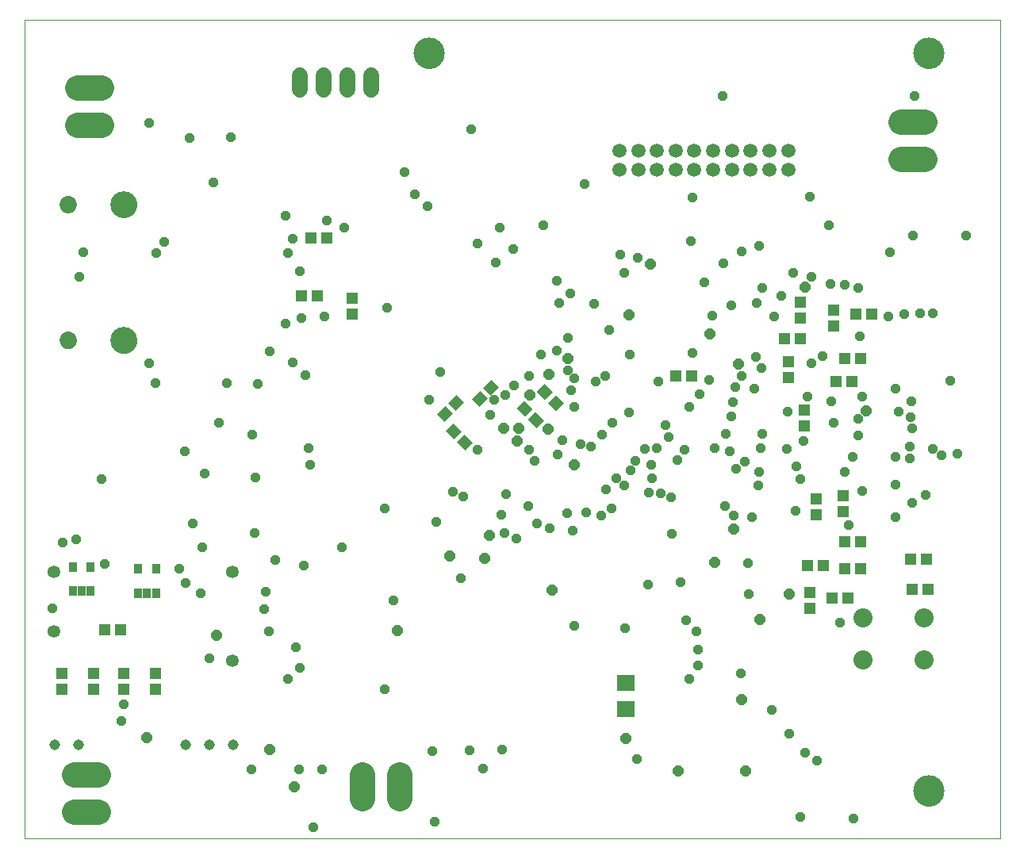
<source format=gbs>
G75*
%MOIN*%
%OFA0B0*%
%FSLAX25Y25*%
%IPPOS*%
%LPD*%
%AMOC8*
5,1,8,0,0,1.08239X$1,22.5*
%
%ADD10C,0.00000*%
%ADD11C,0.13100*%
%ADD12C,0.11230*%
%ADD13C,0.07293*%
%ADD14C,0.10639*%
%ADD15R,0.04931X0.04537*%
%ADD16R,0.04537X0.04931*%
%ADD17C,0.08000*%
%ADD18C,0.05915*%
%ADD19C,0.05324*%
%ADD20C,0.04500*%
%ADD21R,0.03317X0.04498*%
%ADD22R,0.07687X0.06899*%
%ADD23C,0.06506*%
%ADD24OC8,0.04000*%
%ADD25OC8,0.04362*%
D10*
X0001500Y0017369D02*
X0001500Y0361369D01*
X0411500Y0361369D01*
X0411500Y0017369D01*
X0001500Y0017369D01*
X0016422Y0226699D02*
X0016424Y0226814D01*
X0016430Y0226930D01*
X0016440Y0227045D01*
X0016454Y0227160D01*
X0016472Y0227274D01*
X0016494Y0227387D01*
X0016519Y0227500D01*
X0016549Y0227611D01*
X0016582Y0227722D01*
X0016619Y0227831D01*
X0016660Y0227939D01*
X0016705Y0228046D01*
X0016753Y0228151D01*
X0016805Y0228254D01*
X0016861Y0228355D01*
X0016920Y0228455D01*
X0016982Y0228552D01*
X0017048Y0228647D01*
X0017116Y0228740D01*
X0017188Y0228830D01*
X0017263Y0228918D01*
X0017342Y0229003D01*
X0017423Y0229085D01*
X0017506Y0229165D01*
X0017593Y0229241D01*
X0017682Y0229315D01*
X0017773Y0229385D01*
X0017867Y0229453D01*
X0017963Y0229517D01*
X0018062Y0229577D01*
X0018162Y0229634D01*
X0018264Y0229688D01*
X0018368Y0229738D01*
X0018474Y0229785D01*
X0018581Y0229828D01*
X0018690Y0229867D01*
X0018800Y0229902D01*
X0018911Y0229933D01*
X0019023Y0229961D01*
X0019136Y0229985D01*
X0019250Y0230005D01*
X0019365Y0230021D01*
X0019480Y0230033D01*
X0019595Y0230041D01*
X0019710Y0230045D01*
X0019826Y0230045D01*
X0019941Y0230041D01*
X0020056Y0230033D01*
X0020171Y0230021D01*
X0020286Y0230005D01*
X0020400Y0229985D01*
X0020513Y0229961D01*
X0020625Y0229933D01*
X0020736Y0229902D01*
X0020846Y0229867D01*
X0020955Y0229828D01*
X0021062Y0229785D01*
X0021168Y0229738D01*
X0021272Y0229688D01*
X0021374Y0229634D01*
X0021474Y0229577D01*
X0021573Y0229517D01*
X0021669Y0229453D01*
X0021763Y0229385D01*
X0021854Y0229315D01*
X0021943Y0229241D01*
X0022030Y0229165D01*
X0022113Y0229085D01*
X0022194Y0229003D01*
X0022273Y0228918D01*
X0022348Y0228830D01*
X0022420Y0228740D01*
X0022488Y0228647D01*
X0022554Y0228552D01*
X0022616Y0228455D01*
X0022675Y0228355D01*
X0022731Y0228254D01*
X0022783Y0228151D01*
X0022831Y0228046D01*
X0022876Y0227939D01*
X0022917Y0227831D01*
X0022954Y0227722D01*
X0022987Y0227611D01*
X0023017Y0227500D01*
X0023042Y0227387D01*
X0023064Y0227274D01*
X0023082Y0227160D01*
X0023096Y0227045D01*
X0023106Y0226930D01*
X0023112Y0226814D01*
X0023114Y0226699D01*
X0023112Y0226584D01*
X0023106Y0226468D01*
X0023096Y0226353D01*
X0023082Y0226238D01*
X0023064Y0226124D01*
X0023042Y0226011D01*
X0023017Y0225898D01*
X0022987Y0225787D01*
X0022954Y0225676D01*
X0022917Y0225567D01*
X0022876Y0225459D01*
X0022831Y0225352D01*
X0022783Y0225247D01*
X0022731Y0225144D01*
X0022675Y0225043D01*
X0022616Y0224943D01*
X0022554Y0224846D01*
X0022488Y0224751D01*
X0022420Y0224658D01*
X0022348Y0224568D01*
X0022273Y0224480D01*
X0022194Y0224395D01*
X0022113Y0224313D01*
X0022030Y0224233D01*
X0021943Y0224157D01*
X0021854Y0224083D01*
X0021763Y0224013D01*
X0021669Y0223945D01*
X0021573Y0223881D01*
X0021474Y0223821D01*
X0021374Y0223764D01*
X0021272Y0223710D01*
X0021168Y0223660D01*
X0021062Y0223613D01*
X0020955Y0223570D01*
X0020846Y0223531D01*
X0020736Y0223496D01*
X0020625Y0223465D01*
X0020513Y0223437D01*
X0020400Y0223413D01*
X0020286Y0223393D01*
X0020171Y0223377D01*
X0020056Y0223365D01*
X0019941Y0223357D01*
X0019826Y0223353D01*
X0019710Y0223353D01*
X0019595Y0223357D01*
X0019480Y0223365D01*
X0019365Y0223377D01*
X0019250Y0223393D01*
X0019136Y0223413D01*
X0019023Y0223437D01*
X0018911Y0223465D01*
X0018800Y0223496D01*
X0018690Y0223531D01*
X0018581Y0223570D01*
X0018474Y0223613D01*
X0018368Y0223660D01*
X0018264Y0223710D01*
X0018162Y0223764D01*
X0018062Y0223821D01*
X0017963Y0223881D01*
X0017867Y0223945D01*
X0017773Y0224013D01*
X0017682Y0224083D01*
X0017593Y0224157D01*
X0017506Y0224233D01*
X0017423Y0224313D01*
X0017342Y0224395D01*
X0017263Y0224480D01*
X0017188Y0224568D01*
X0017116Y0224658D01*
X0017048Y0224751D01*
X0016982Y0224846D01*
X0016920Y0224943D01*
X0016861Y0225043D01*
X0016805Y0225144D01*
X0016753Y0225247D01*
X0016705Y0225352D01*
X0016660Y0225459D01*
X0016619Y0225567D01*
X0016582Y0225676D01*
X0016549Y0225787D01*
X0016519Y0225898D01*
X0016494Y0226011D01*
X0016472Y0226124D01*
X0016454Y0226238D01*
X0016440Y0226353D01*
X0016430Y0226468D01*
X0016424Y0226584D01*
X0016422Y0226699D01*
X0037917Y0226699D02*
X0037919Y0226844D01*
X0037925Y0226989D01*
X0037935Y0227134D01*
X0037949Y0227279D01*
X0037967Y0227423D01*
X0037988Y0227566D01*
X0038014Y0227709D01*
X0038043Y0227851D01*
X0038077Y0227993D01*
X0038114Y0228133D01*
X0038155Y0228272D01*
X0038200Y0228410D01*
X0038249Y0228547D01*
X0038301Y0228683D01*
X0038357Y0228817D01*
X0038417Y0228949D01*
X0038480Y0229080D01*
X0038547Y0229208D01*
X0038617Y0229336D01*
X0038691Y0229461D01*
X0038768Y0229584D01*
X0038848Y0229704D01*
X0038932Y0229823D01*
X0039019Y0229939D01*
X0039109Y0230053D01*
X0039202Y0230165D01*
X0039298Y0230273D01*
X0039398Y0230379D01*
X0039499Y0230483D01*
X0039604Y0230583D01*
X0039712Y0230681D01*
X0039822Y0230776D01*
X0039934Y0230867D01*
X0040049Y0230956D01*
X0040167Y0231041D01*
X0040287Y0231123D01*
X0040409Y0231202D01*
X0040533Y0231278D01*
X0040659Y0231350D01*
X0040787Y0231418D01*
X0040917Y0231483D01*
X0041048Y0231545D01*
X0041181Y0231602D01*
X0041316Y0231657D01*
X0041452Y0231707D01*
X0041590Y0231754D01*
X0041728Y0231797D01*
X0041868Y0231836D01*
X0042009Y0231871D01*
X0042151Y0231903D01*
X0042293Y0231930D01*
X0042436Y0231954D01*
X0042580Y0231974D01*
X0042725Y0231990D01*
X0042869Y0232002D01*
X0043014Y0232010D01*
X0043159Y0232014D01*
X0043305Y0232014D01*
X0043450Y0232010D01*
X0043595Y0232002D01*
X0043739Y0231990D01*
X0043884Y0231974D01*
X0044028Y0231954D01*
X0044171Y0231930D01*
X0044313Y0231903D01*
X0044455Y0231871D01*
X0044596Y0231836D01*
X0044736Y0231797D01*
X0044874Y0231754D01*
X0045012Y0231707D01*
X0045148Y0231657D01*
X0045283Y0231602D01*
X0045416Y0231545D01*
X0045547Y0231483D01*
X0045677Y0231418D01*
X0045805Y0231350D01*
X0045931Y0231278D01*
X0046055Y0231202D01*
X0046177Y0231123D01*
X0046297Y0231041D01*
X0046415Y0230956D01*
X0046530Y0230867D01*
X0046642Y0230776D01*
X0046752Y0230681D01*
X0046860Y0230583D01*
X0046965Y0230483D01*
X0047066Y0230379D01*
X0047166Y0230273D01*
X0047262Y0230165D01*
X0047355Y0230053D01*
X0047445Y0229939D01*
X0047532Y0229823D01*
X0047616Y0229704D01*
X0047696Y0229584D01*
X0047773Y0229461D01*
X0047847Y0229336D01*
X0047917Y0229208D01*
X0047984Y0229080D01*
X0048047Y0228949D01*
X0048107Y0228817D01*
X0048163Y0228683D01*
X0048215Y0228547D01*
X0048264Y0228410D01*
X0048309Y0228272D01*
X0048350Y0228133D01*
X0048387Y0227993D01*
X0048421Y0227851D01*
X0048450Y0227709D01*
X0048476Y0227566D01*
X0048497Y0227423D01*
X0048515Y0227279D01*
X0048529Y0227134D01*
X0048539Y0226989D01*
X0048545Y0226844D01*
X0048547Y0226699D01*
X0048545Y0226554D01*
X0048539Y0226409D01*
X0048529Y0226264D01*
X0048515Y0226119D01*
X0048497Y0225975D01*
X0048476Y0225832D01*
X0048450Y0225689D01*
X0048421Y0225547D01*
X0048387Y0225405D01*
X0048350Y0225265D01*
X0048309Y0225126D01*
X0048264Y0224988D01*
X0048215Y0224851D01*
X0048163Y0224715D01*
X0048107Y0224581D01*
X0048047Y0224449D01*
X0047984Y0224318D01*
X0047917Y0224190D01*
X0047847Y0224062D01*
X0047773Y0223937D01*
X0047696Y0223814D01*
X0047616Y0223694D01*
X0047532Y0223575D01*
X0047445Y0223459D01*
X0047355Y0223345D01*
X0047262Y0223233D01*
X0047166Y0223125D01*
X0047066Y0223019D01*
X0046965Y0222915D01*
X0046860Y0222815D01*
X0046752Y0222717D01*
X0046642Y0222622D01*
X0046530Y0222531D01*
X0046415Y0222442D01*
X0046297Y0222357D01*
X0046177Y0222275D01*
X0046055Y0222196D01*
X0045931Y0222120D01*
X0045805Y0222048D01*
X0045677Y0221980D01*
X0045547Y0221915D01*
X0045416Y0221853D01*
X0045283Y0221796D01*
X0045148Y0221741D01*
X0045012Y0221691D01*
X0044874Y0221644D01*
X0044736Y0221601D01*
X0044596Y0221562D01*
X0044455Y0221527D01*
X0044313Y0221495D01*
X0044171Y0221468D01*
X0044028Y0221444D01*
X0043884Y0221424D01*
X0043739Y0221408D01*
X0043595Y0221396D01*
X0043450Y0221388D01*
X0043305Y0221384D01*
X0043159Y0221384D01*
X0043014Y0221388D01*
X0042869Y0221396D01*
X0042725Y0221408D01*
X0042580Y0221424D01*
X0042436Y0221444D01*
X0042293Y0221468D01*
X0042151Y0221495D01*
X0042009Y0221527D01*
X0041868Y0221562D01*
X0041728Y0221601D01*
X0041590Y0221644D01*
X0041452Y0221691D01*
X0041316Y0221741D01*
X0041181Y0221796D01*
X0041048Y0221853D01*
X0040917Y0221915D01*
X0040787Y0221980D01*
X0040659Y0222048D01*
X0040533Y0222120D01*
X0040409Y0222196D01*
X0040287Y0222275D01*
X0040167Y0222357D01*
X0040049Y0222442D01*
X0039934Y0222531D01*
X0039822Y0222622D01*
X0039712Y0222717D01*
X0039604Y0222815D01*
X0039499Y0222915D01*
X0039398Y0223019D01*
X0039298Y0223125D01*
X0039202Y0223233D01*
X0039109Y0223345D01*
X0039019Y0223459D01*
X0038932Y0223575D01*
X0038848Y0223694D01*
X0038768Y0223814D01*
X0038691Y0223937D01*
X0038617Y0224062D01*
X0038547Y0224190D01*
X0038480Y0224318D01*
X0038417Y0224449D01*
X0038357Y0224581D01*
X0038301Y0224715D01*
X0038249Y0224851D01*
X0038200Y0224988D01*
X0038155Y0225126D01*
X0038114Y0225265D01*
X0038077Y0225405D01*
X0038043Y0225547D01*
X0038014Y0225689D01*
X0037988Y0225832D01*
X0037967Y0225975D01*
X0037949Y0226119D01*
X0037935Y0226264D01*
X0037925Y0226409D01*
X0037919Y0226554D01*
X0037917Y0226699D01*
X0037917Y0283786D02*
X0037919Y0283931D01*
X0037925Y0284076D01*
X0037935Y0284221D01*
X0037949Y0284366D01*
X0037967Y0284510D01*
X0037988Y0284653D01*
X0038014Y0284796D01*
X0038043Y0284938D01*
X0038077Y0285080D01*
X0038114Y0285220D01*
X0038155Y0285359D01*
X0038200Y0285497D01*
X0038249Y0285634D01*
X0038301Y0285770D01*
X0038357Y0285904D01*
X0038417Y0286036D01*
X0038480Y0286167D01*
X0038547Y0286295D01*
X0038617Y0286423D01*
X0038691Y0286548D01*
X0038768Y0286671D01*
X0038848Y0286791D01*
X0038932Y0286910D01*
X0039019Y0287026D01*
X0039109Y0287140D01*
X0039202Y0287252D01*
X0039298Y0287360D01*
X0039398Y0287466D01*
X0039499Y0287570D01*
X0039604Y0287670D01*
X0039712Y0287768D01*
X0039822Y0287863D01*
X0039934Y0287954D01*
X0040049Y0288043D01*
X0040167Y0288128D01*
X0040287Y0288210D01*
X0040409Y0288289D01*
X0040533Y0288365D01*
X0040659Y0288437D01*
X0040787Y0288505D01*
X0040917Y0288570D01*
X0041048Y0288632D01*
X0041181Y0288689D01*
X0041316Y0288744D01*
X0041452Y0288794D01*
X0041590Y0288841D01*
X0041728Y0288884D01*
X0041868Y0288923D01*
X0042009Y0288958D01*
X0042151Y0288990D01*
X0042293Y0289017D01*
X0042436Y0289041D01*
X0042580Y0289061D01*
X0042725Y0289077D01*
X0042869Y0289089D01*
X0043014Y0289097D01*
X0043159Y0289101D01*
X0043305Y0289101D01*
X0043450Y0289097D01*
X0043595Y0289089D01*
X0043739Y0289077D01*
X0043884Y0289061D01*
X0044028Y0289041D01*
X0044171Y0289017D01*
X0044313Y0288990D01*
X0044455Y0288958D01*
X0044596Y0288923D01*
X0044736Y0288884D01*
X0044874Y0288841D01*
X0045012Y0288794D01*
X0045148Y0288744D01*
X0045283Y0288689D01*
X0045416Y0288632D01*
X0045547Y0288570D01*
X0045677Y0288505D01*
X0045805Y0288437D01*
X0045931Y0288365D01*
X0046055Y0288289D01*
X0046177Y0288210D01*
X0046297Y0288128D01*
X0046415Y0288043D01*
X0046530Y0287954D01*
X0046642Y0287863D01*
X0046752Y0287768D01*
X0046860Y0287670D01*
X0046965Y0287570D01*
X0047066Y0287466D01*
X0047166Y0287360D01*
X0047262Y0287252D01*
X0047355Y0287140D01*
X0047445Y0287026D01*
X0047532Y0286910D01*
X0047616Y0286791D01*
X0047696Y0286671D01*
X0047773Y0286548D01*
X0047847Y0286423D01*
X0047917Y0286295D01*
X0047984Y0286167D01*
X0048047Y0286036D01*
X0048107Y0285904D01*
X0048163Y0285770D01*
X0048215Y0285634D01*
X0048264Y0285497D01*
X0048309Y0285359D01*
X0048350Y0285220D01*
X0048387Y0285080D01*
X0048421Y0284938D01*
X0048450Y0284796D01*
X0048476Y0284653D01*
X0048497Y0284510D01*
X0048515Y0284366D01*
X0048529Y0284221D01*
X0048539Y0284076D01*
X0048545Y0283931D01*
X0048547Y0283786D01*
X0048545Y0283641D01*
X0048539Y0283496D01*
X0048529Y0283351D01*
X0048515Y0283206D01*
X0048497Y0283062D01*
X0048476Y0282919D01*
X0048450Y0282776D01*
X0048421Y0282634D01*
X0048387Y0282492D01*
X0048350Y0282352D01*
X0048309Y0282213D01*
X0048264Y0282075D01*
X0048215Y0281938D01*
X0048163Y0281802D01*
X0048107Y0281668D01*
X0048047Y0281536D01*
X0047984Y0281405D01*
X0047917Y0281277D01*
X0047847Y0281149D01*
X0047773Y0281024D01*
X0047696Y0280901D01*
X0047616Y0280781D01*
X0047532Y0280662D01*
X0047445Y0280546D01*
X0047355Y0280432D01*
X0047262Y0280320D01*
X0047166Y0280212D01*
X0047066Y0280106D01*
X0046965Y0280002D01*
X0046860Y0279902D01*
X0046752Y0279804D01*
X0046642Y0279709D01*
X0046530Y0279618D01*
X0046415Y0279529D01*
X0046297Y0279444D01*
X0046177Y0279362D01*
X0046055Y0279283D01*
X0045931Y0279207D01*
X0045805Y0279135D01*
X0045677Y0279067D01*
X0045547Y0279002D01*
X0045416Y0278940D01*
X0045283Y0278883D01*
X0045148Y0278828D01*
X0045012Y0278778D01*
X0044874Y0278731D01*
X0044736Y0278688D01*
X0044596Y0278649D01*
X0044455Y0278614D01*
X0044313Y0278582D01*
X0044171Y0278555D01*
X0044028Y0278531D01*
X0043884Y0278511D01*
X0043739Y0278495D01*
X0043595Y0278483D01*
X0043450Y0278475D01*
X0043305Y0278471D01*
X0043159Y0278471D01*
X0043014Y0278475D01*
X0042869Y0278483D01*
X0042725Y0278495D01*
X0042580Y0278511D01*
X0042436Y0278531D01*
X0042293Y0278555D01*
X0042151Y0278582D01*
X0042009Y0278614D01*
X0041868Y0278649D01*
X0041728Y0278688D01*
X0041590Y0278731D01*
X0041452Y0278778D01*
X0041316Y0278828D01*
X0041181Y0278883D01*
X0041048Y0278940D01*
X0040917Y0279002D01*
X0040787Y0279067D01*
X0040659Y0279135D01*
X0040533Y0279207D01*
X0040409Y0279283D01*
X0040287Y0279362D01*
X0040167Y0279444D01*
X0040049Y0279529D01*
X0039934Y0279618D01*
X0039822Y0279709D01*
X0039712Y0279804D01*
X0039604Y0279902D01*
X0039499Y0280002D01*
X0039398Y0280106D01*
X0039298Y0280212D01*
X0039202Y0280320D01*
X0039109Y0280432D01*
X0039019Y0280546D01*
X0038932Y0280662D01*
X0038848Y0280781D01*
X0038768Y0280901D01*
X0038691Y0281024D01*
X0038617Y0281149D01*
X0038547Y0281277D01*
X0038480Y0281405D01*
X0038417Y0281536D01*
X0038357Y0281668D01*
X0038301Y0281802D01*
X0038249Y0281938D01*
X0038200Y0282075D01*
X0038155Y0282213D01*
X0038114Y0282352D01*
X0038077Y0282492D01*
X0038043Y0282634D01*
X0038014Y0282776D01*
X0037988Y0282919D01*
X0037967Y0283062D01*
X0037949Y0283206D01*
X0037935Y0283351D01*
X0037925Y0283496D01*
X0037919Y0283641D01*
X0037917Y0283786D01*
X0016422Y0283786D02*
X0016424Y0283901D01*
X0016430Y0284017D01*
X0016440Y0284132D01*
X0016454Y0284247D01*
X0016472Y0284361D01*
X0016494Y0284474D01*
X0016519Y0284587D01*
X0016549Y0284698D01*
X0016582Y0284809D01*
X0016619Y0284918D01*
X0016660Y0285026D01*
X0016705Y0285133D01*
X0016753Y0285238D01*
X0016805Y0285341D01*
X0016861Y0285442D01*
X0016920Y0285542D01*
X0016982Y0285639D01*
X0017048Y0285734D01*
X0017116Y0285827D01*
X0017188Y0285917D01*
X0017263Y0286005D01*
X0017342Y0286090D01*
X0017423Y0286172D01*
X0017506Y0286252D01*
X0017593Y0286328D01*
X0017682Y0286402D01*
X0017773Y0286472D01*
X0017867Y0286540D01*
X0017963Y0286604D01*
X0018062Y0286664D01*
X0018162Y0286721D01*
X0018264Y0286775D01*
X0018368Y0286825D01*
X0018474Y0286872D01*
X0018581Y0286915D01*
X0018690Y0286954D01*
X0018800Y0286989D01*
X0018911Y0287020D01*
X0019023Y0287048D01*
X0019136Y0287072D01*
X0019250Y0287092D01*
X0019365Y0287108D01*
X0019480Y0287120D01*
X0019595Y0287128D01*
X0019710Y0287132D01*
X0019826Y0287132D01*
X0019941Y0287128D01*
X0020056Y0287120D01*
X0020171Y0287108D01*
X0020286Y0287092D01*
X0020400Y0287072D01*
X0020513Y0287048D01*
X0020625Y0287020D01*
X0020736Y0286989D01*
X0020846Y0286954D01*
X0020955Y0286915D01*
X0021062Y0286872D01*
X0021168Y0286825D01*
X0021272Y0286775D01*
X0021374Y0286721D01*
X0021474Y0286664D01*
X0021573Y0286604D01*
X0021669Y0286540D01*
X0021763Y0286472D01*
X0021854Y0286402D01*
X0021943Y0286328D01*
X0022030Y0286252D01*
X0022113Y0286172D01*
X0022194Y0286090D01*
X0022273Y0286005D01*
X0022348Y0285917D01*
X0022420Y0285827D01*
X0022488Y0285734D01*
X0022554Y0285639D01*
X0022616Y0285542D01*
X0022675Y0285442D01*
X0022731Y0285341D01*
X0022783Y0285238D01*
X0022831Y0285133D01*
X0022876Y0285026D01*
X0022917Y0284918D01*
X0022954Y0284809D01*
X0022987Y0284698D01*
X0023017Y0284587D01*
X0023042Y0284474D01*
X0023064Y0284361D01*
X0023082Y0284247D01*
X0023096Y0284132D01*
X0023106Y0284017D01*
X0023112Y0283901D01*
X0023114Y0283786D01*
X0023112Y0283671D01*
X0023106Y0283555D01*
X0023096Y0283440D01*
X0023082Y0283325D01*
X0023064Y0283211D01*
X0023042Y0283098D01*
X0023017Y0282985D01*
X0022987Y0282874D01*
X0022954Y0282763D01*
X0022917Y0282654D01*
X0022876Y0282546D01*
X0022831Y0282439D01*
X0022783Y0282334D01*
X0022731Y0282231D01*
X0022675Y0282130D01*
X0022616Y0282030D01*
X0022554Y0281933D01*
X0022488Y0281838D01*
X0022420Y0281745D01*
X0022348Y0281655D01*
X0022273Y0281567D01*
X0022194Y0281482D01*
X0022113Y0281400D01*
X0022030Y0281320D01*
X0021943Y0281244D01*
X0021854Y0281170D01*
X0021763Y0281100D01*
X0021669Y0281032D01*
X0021573Y0280968D01*
X0021474Y0280908D01*
X0021374Y0280851D01*
X0021272Y0280797D01*
X0021168Y0280747D01*
X0021062Y0280700D01*
X0020955Y0280657D01*
X0020846Y0280618D01*
X0020736Y0280583D01*
X0020625Y0280552D01*
X0020513Y0280524D01*
X0020400Y0280500D01*
X0020286Y0280480D01*
X0020171Y0280464D01*
X0020056Y0280452D01*
X0019941Y0280444D01*
X0019826Y0280440D01*
X0019710Y0280440D01*
X0019595Y0280444D01*
X0019480Y0280452D01*
X0019365Y0280464D01*
X0019250Y0280480D01*
X0019136Y0280500D01*
X0019023Y0280524D01*
X0018911Y0280552D01*
X0018800Y0280583D01*
X0018690Y0280618D01*
X0018581Y0280657D01*
X0018474Y0280700D01*
X0018368Y0280747D01*
X0018264Y0280797D01*
X0018162Y0280851D01*
X0018062Y0280908D01*
X0017963Y0280968D01*
X0017867Y0281032D01*
X0017773Y0281100D01*
X0017682Y0281170D01*
X0017593Y0281244D01*
X0017506Y0281320D01*
X0017423Y0281400D01*
X0017342Y0281482D01*
X0017263Y0281567D01*
X0017188Y0281655D01*
X0017116Y0281745D01*
X0017048Y0281838D01*
X0016982Y0281933D01*
X0016920Y0282030D01*
X0016861Y0282130D01*
X0016805Y0282231D01*
X0016753Y0282334D01*
X0016705Y0282439D01*
X0016660Y0282546D01*
X0016619Y0282654D01*
X0016582Y0282763D01*
X0016549Y0282874D01*
X0016519Y0282985D01*
X0016494Y0283098D01*
X0016472Y0283211D01*
X0016454Y0283325D01*
X0016440Y0283440D01*
X0016430Y0283555D01*
X0016424Y0283671D01*
X0016422Y0283786D01*
X0165250Y0347369D02*
X0165252Y0347527D01*
X0165258Y0347684D01*
X0165268Y0347842D01*
X0165282Y0347999D01*
X0165300Y0348155D01*
X0165321Y0348312D01*
X0165347Y0348467D01*
X0165377Y0348622D01*
X0165410Y0348776D01*
X0165448Y0348929D01*
X0165489Y0349082D01*
X0165534Y0349233D01*
X0165583Y0349383D01*
X0165636Y0349531D01*
X0165692Y0349679D01*
X0165753Y0349824D01*
X0165816Y0349969D01*
X0165884Y0350111D01*
X0165955Y0350252D01*
X0166029Y0350391D01*
X0166107Y0350528D01*
X0166189Y0350663D01*
X0166273Y0350796D01*
X0166362Y0350927D01*
X0166453Y0351055D01*
X0166548Y0351182D01*
X0166645Y0351305D01*
X0166746Y0351427D01*
X0166850Y0351545D01*
X0166957Y0351661D01*
X0167067Y0351774D01*
X0167179Y0351885D01*
X0167295Y0351992D01*
X0167413Y0352097D01*
X0167533Y0352199D01*
X0167656Y0352297D01*
X0167782Y0352393D01*
X0167910Y0352485D01*
X0168040Y0352574D01*
X0168172Y0352660D01*
X0168307Y0352742D01*
X0168444Y0352821D01*
X0168582Y0352896D01*
X0168722Y0352968D01*
X0168865Y0353036D01*
X0169008Y0353101D01*
X0169154Y0353162D01*
X0169301Y0353219D01*
X0169449Y0353273D01*
X0169599Y0353323D01*
X0169749Y0353369D01*
X0169901Y0353411D01*
X0170054Y0353450D01*
X0170208Y0353484D01*
X0170363Y0353515D01*
X0170518Y0353541D01*
X0170674Y0353564D01*
X0170831Y0353583D01*
X0170988Y0353598D01*
X0171145Y0353609D01*
X0171303Y0353616D01*
X0171461Y0353619D01*
X0171618Y0353618D01*
X0171776Y0353613D01*
X0171933Y0353604D01*
X0172091Y0353591D01*
X0172247Y0353574D01*
X0172404Y0353553D01*
X0172559Y0353529D01*
X0172714Y0353500D01*
X0172869Y0353467D01*
X0173022Y0353431D01*
X0173175Y0353390D01*
X0173326Y0353346D01*
X0173476Y0353298D01*
X0173625Y0353247D01*
X0173773Y0353191D01*
X0173919Y0353132D01*
X0174064Y0353069D01*
X0174207Y0353002D01*
X0174348Y0352932D01*
X0174487Y0352859D01*
X0174625Y0352782D01*
X0174761Y0352701D01*
X0174894Y0352617D01*
X0175025Y0352530D01*
X0175154Y0352439D01*
X0175281Y0352345D01*
X0175406Y0352248D01*
X0175527Y0352148D01*
X0175647Y0352045D01*
X0175763Y0351939D01*
X0175877Y0351830D01*
X0175989Y0351718D01*
X0176097Y0351604D01*
X0176202Y0351486D01*
X0176305Y0351366D01*
X0176404Y0351244D01*
X0176500Y0351119D01*
X0176593Y0350991D01*
X0176683Y0350862D01*
X0176769Y0350730D01*
X0176853Y0350596D01*
X0176932Y0350460D01*
X0177009Y0350322D01*
X0177081Y0350182D01*
X0177150Y0350040D01*
X0177216Y0349897D01*
X0177278Y0349752D01*
X0177336Y0349605D01*
X0177391Y0349457D01*
X0177442Y0349308D01*
X0177489Y0349157D01*
X0177532Y0349006D01*
X0177571Y0348853D01*
X0177607Y0348699D01*
X0177638Y0348545D01*
X0177666Y0348390D01*
X0177690Y0348234D01*
X0177710Y0348077D01*
X0177726Y0347920D01*
X0177738Y0347763D01*
X0177746Y0347606D01*
X0177750Y0347448D01*
X0177750Y0347290D01*
X0177746Y0347132D01*
X0177738Y0346975D01*
X0177726Y0346818D01*
X0177710Y0346661D01*
X0177690Y0346504D01*
X0177666Y0346348D01*
X0177638Y0346193D01*
X0177607Y0346039D01*
X0177571Y0345885D01*
X0177532Y0345732D01*
X0177489Y0345581D01*
X0177442Y0345430D01*
X0177391Y0345281D01*
X0177336Y0345133D01*
X0177278Y0344986D01*
X0177216Y0344841D01*
X0177150Y0344698D01*
X0177081Y0344556D01*
X0177009Y0344416D01*
X0176932Y0344278D01*
X0176853Y0344142D01*
X0176769Y0344008D01*
X0176683Y0343876D01*
X0176593Y0343747D01*
X0176500Y0343619D01*
X0176404Y0343494D01*
X0176305Y0343372D01*
X0176202Y0343252D01*
X0176097Y0343134D01*
X0175989Y0343020D01*
X0175877Y0342908D01*
X0175763Y0342799D01*
X0175647Y0342693D01*
X0175527Y0342590D01*
X0175406Y0342490D01*
X0175281Y0342393D01*
X0175154Y0342299D01*
X0175025Y0342208D01*
X0174894Y0342121D01*
X0174761Y0342037D01*
X0174625Y0341956D01*
X0174487Y0341879D01*
X0174348Y0341806D01*
X0174207Y0341736D01*
X0174064Y0341669D01*
X0173919Y0341606D01*
X0173773Y0341547D01*
X0173625Y0341491D01*
X0173476Y0341440D01*
X0173326Y0341392D01*
X0173175Y0341348D01*
X0173022Y0341307D01*
X0172869Y0341271D01*
X0172714Y0341238D01*
X0172559Y0341209D01*
X0172404Y0341185D01*
X0172247Y0341164D01*
X0172091Y0341147D01*
X0171933Y0341134D01*
X0171776Y0341125D01*
X0171618Y0341120D01*
X0171461Y0341119D01*
X0171303Y0341122D01*
X0171145Y0341129D01*
X0170988Y0341140D01*
X0170831Y0341155D01*
X0170674Y0341174D01*
X0170518Y0341197D01*
X0170363Y0341223D01*
X0170208Y0341254D01*
X0170054Y0341288D01*
X0169901Y0341327D01*
X0169749Y0341369D01*
X0169599Y0341415D01*
X0169449Y0341465D01*
X0169301Y0341519D01*
X0169154Y0341576D01*
X0169008Y0341637D01*
X0168865Y0341702D01*
X0168722Y0341770D01*
X0168582Y0341842D01*
X0168444Y0341917D01*
X0168307Y0341996D01*
X0168172Y0342078D01*
X0168040Y0342164D01*
X0167910Y0342253D01*
X0167782Y0342345D01*
X0167656Y0342441D01*
X0167533Y0342539D01*
X0167413Y0342641D01*
X0167295Y0342746D01*
X0167179Y0342853D01*
X0167067Y0342964D01*
X0166957Y0343077D01*
X0166850Y0343193D01*
X0166746Y0343311D01*
X0166645Y0343433D01*
X0166548Y0343556D01*
X0166453Y0343683D01*
X0166362Y0343811D01*
X0166273Y0343942D01*
X0166189Y0344075D01*
X0166107Y0344210D01*
X0166029Y0344347D01*
X0165955Y0344486D01*
X0165884Y0344627D01*
X0165816Y0344769D01*
X0165753Y0344914D01*
X0165692Y0345059D01*
X0165636Y0345207D01*
X0165583Y0345355D01*
X0165534Y0345505D01*
X0165489Y0345656D01*
X0165448Y0345809D01*
X0165410Y0345962D01*
X0165377Y0346116D01*
X0165347Y0346271D01*
X0165321Y0346426D01*
X0165300Y0346583D01*
X0165282Y0346739D01*
X0165268Y0346896D01*
X0165258Y0347054D01*
X0165252Y0347211D01*
X0165250Y0347369D01*
X0375250Y0347369D02*
X0375252Y0347527D01*
X0375258Y0347684D01*
X0375268Y0347842D01*
X0375282Y0347999D01*
X0375300Y0348155D01*
X0375321Y0348312D01*
X0375347Y0348467D01*
X0375377Y0348622D01*
X0375410Y0348776D01*
X0375448Y0348929D01*
X0375489Y0349082D01*
X0375534Y0349233D01*
X0375583Y0349383D01*
X0375636Y0349531D01*
X0375692Y0349679D01*
X0375753Y0349824D01*
X0375816Y0349969D01*
X0375884Y0350111D01*
X0375955Y0350252D01*
X0376029Y0350391D01*
X0376107Y0350528D01*
X0376189Y0350663D01*
X0376273Y0350796D01*
X0376362Y0350927D01*
X0376453Y0351055D01*
X0376548Y0351182D01*
X0376645Y0351305D01*
X0376746Y0351427D01*
X0376850Y0351545D01*
X0376957Y0351661D01*
X0377067Y0351774D01*
X0377179Y0351885D01*
X0377295Y0351992D01*
X0377413Y0352097D01*
X0377533Y0352199D01*
X0377656Y0352297D01*
X0377782Y0352393D01*
X0377910Y0352485D01*
X0378040Y0352574D01*
X0378172Y0352660D01*
X0378307Y0352742D01*
X0378444Y0352821D01*
X0378582Y0352896D01*
X0378722Y0352968D01*
X0378865Y0353036D01*
X0379008Y0353101D01*
X0379154Y0353162D01*
X0379301Y0353219D01*
X0379449Y0353273D01*
X0379599Y0353323D01*
X0379749Y0353369D01*
X0379901Y0353411D01*
X0380054Y0353450D01*
X0380208Y0353484D01*
X0380363Y0353515D01*
X0380518Y0353541D01*
X0380674Y0353564D01*
X0380831Y0353583D01*
X0380988Y0353598D01*
X0381145Y0353609D01*
X0381303Y0353616D01*
X0381461Y0353619D01*
X0381618Y0353618D01*
X0381776Y0353613D01*
X0381933Y0353604D01*
X0382091Y0353591D01*
X0382247Y0353574D01*
X0382404Y0353553D01*
X0382559Y0353529D01*
X0382714Y0353500D01*
X0382869Y0353467D01*
X0383022Y0353431D01*
X0383175Y0353390D01*
X0383326Y0353346D01*
X0383476Y0353298D01*
X0383625Y0353247D01*
X0383773Y0353191D01*
X0383919Y0353132D01*
X0384064Y0353069D01*
X0384207Y0353002D01*
X0384348Y0352932D01*
X0384487Y0352859D01*
X0384625Y0352782D01*
X0384761Y0352701D01*
X0384894Y0352617D01*
X0385025Y0352530D01*
X0385154Y0352439D01*
X0385281Y0352345D01*
X0385406Y0352248D01*
X0385527Y0352148D01*
X0385647Y0352045D01*
X0385763Y0351939D01*
X0385877Y0351830D01*
X0385989Y0351718D01*
X0386097Y0351604D01*
X0386202Y0351486D01*
X0386305Y0351366D01*
X0386404Y0351244D01*
X0386500Y0351119D01*
X0386593Y0350991D01*
X0386683Y0350862D01*
X0386769Y0350730D01*
X0386853Y0350596D01*
X0386932Y0350460D01*
X0387009Y0350322D01*
X0387081Y0350182D01*
X0387150Y0350040D01*
X0387216Y0349897D01*
X0387278Y0349752D01*
X0387336Y0349605D01*
X0387391Y0349457D01*
X0387442Y0349308D01*
X0387489Y0349157D01*
X0387532Y0349006D01*
X0387571Y0348853D01*
X0387607Y0348699D01*
X0387638Y0348545D01*
X0387666Y0348390D01*
X0387690Y0348234D01*
X0387710Y0348077D01*
X0387726Y0347920D01*
X0387738Y0347763D01*
X0387746Y0347606D01*
X0387750Y0347448D01*
X0387750Y0347290D01*
X0387746Y0347132D01*
X0387738Y0346975D01*
X0387726Y0346818D01*
X0387710Y0346661D01*
X0387690Y0346504D01*
X0387666Y0346348D01*
X0387638Y0346193D01*
X0387607Y0346039D01*
X0387571Y0345885D01*
X0387532Y0345732D01*
X0387489Y0345581D01*
X0387442Y0345430D01*
X0387391Y0345281D01*
X0387336Y0345133D01*
X0387278Y0344986D01*
X0387216Y0344841D01*
X0387150Y0344698D01*
X0387081Y0344556D01*
X0387009Y0344416D01*
X0386932Y0344278D01*
X0386853Y0344142D01*
X0386769Y0344008D01*
X0386683Y0343876D01*
X0386593Y0343747D01*
X0386500Y0343619D01*
X0386404Y0343494D01*
X0386305Y0343372D01*
X0386202Y0343252D01*
X0386097Y0343134D01*
X0385989Y0343020D01*
X0385877Y0342908D01*
X0385763Y0342799D01*
X0385647Y0342693D01*
X0385527Y0342590D01*
X0385406Y0342490D01*
X0385281Y0342393D01*
X0385154Y0342299D01*
X0385025Y0342208D01*
X0384894Y0342121D01*
X0384761Y0342037D01*
X0384625Y0341956D01*
X0384487Y0341879D01*
X0384348Y0341806D01*
X0384207Y0341736D01*
X0384064Y0341669D01*
X0383919Y0341606D01*
X0383773Y0341547D01*
X0383625Y0341491D01*
X0383476Y0341440D01*
X0383326Y0341392D01*
X0383175Y0341348D01*
X0383022Y0341307D01*
X0382869Y0341271D01*
X0382714Y0341238D01*
X0382559Y0341209D01*
X0382404Y0341185D01*
X0382247Y0341164D01*
X0382091Y0341147D01*
X0381933Y0341134D01*
X0381776Y0341125D01*
X0381618Y0341120D01*
X0381461Y0341119D01*
X0381303Y0341122D01*
X0381145Y0341129D01*
X0380988Y0341140D01*
X0380831Y0341155D01*
X0380674Y0341174D01*
X0380518Y0341197D01*
X0380363Y0341223D01*
X0380208Y0341254D01*
X0380054Y0341288D01*
X0379901Y0341327D01*
X0379749Y0341369D01*
X0379599Y0341415D01*
X0379449Y0341465D01*
X0379301Y0341519D01*
X0379154Y0341576D01*
X0379008Y0341637D01*
X0378865Y0341702D01*
X0378722Y0341770D01*
X0378582Y0341842D01*
X0378444Y0341917D01*
X0378307Y0341996D01*
X0378172Y0342078D01*
X0378040Y0342164D01*
X0377910Y0342253D01*
X0377782Y0342345D01*
X0377656Y0342441D01*
X0377533Y0342539D01*
X0377413Y0342641D01*
X0377295Y0342746D01*
X0377179Y0342853D01*
X0377067Y0342964D01*
X0376957Y0343077D01*
X0376850Y0343193D01*
X0376746Y0343311D01*
X0376645Y0343433D01*
X0376548Y0343556D01*
X0376453Y0343683D01*
X0376362Y0343811D01*
X0376273Y0343942D01*
X0376189Y0344075D01*
X0376107Y0344210D01*
X0376029Y0344347D01*
X0375955Y0344486D01*
X0375884Y0344627D01*
X0375816Y0344769D01*
X0375753Y0344914D01*
X0375692Y0345059D01*
X0375636Y0345207D01*
X0375583Y0345355D01*
X0375534Y0345505D01*
X0375489Y0345656D01*
X0375448Y0345809D01*
X0375410Y0345962D01*
X0375377Y0346116D01*
X0375347Y0346271D01*
X0375321Y0346426D01*
X0375300Y0346583D01*
X0375282Y0346739D01*
X0375268Y0346896D01*
X0375258Y0347054D01*
X0375252Y0347211D01*
X0375250Y0347369D01*
X0375250Y0037369D02*
X0375252Y0037527D01*
X0375258Y0037684D01*
X0375268Y0037842D01*
X0375282Y0037999D01*
X0375300Y0038155D01*
X0375321Y0038312D01*
X0375347Y0038467D01*
X0375377Y0038622D01*
X0375410Y0038776D01*
X0375448Y0038929D01*
X0375489Y0039082D01*
X0375534Y0039233D01*
X0375583Y0039383D01*
X0375636Y0039531D01*
X0375692Y0039679D01*
X0375753Y0039824D01*
X0375816Y0039969D01*
X0375884Y0040111D01*
X0375955Y0040252D01*
X0376029Y0040391D01*
X0376107Y0040528D01*
X0376189Y0040663D01*
X0376273Y0040796D01*
X0376362Y0040927D01*
X0376453Y0041055D01*
X0376548Y0041182D01*
X0376645Y0041305D01*
X0376746Y0041427D01*
X0376850Y0041545D01*
X0376957Y0041661D01*
X0377067Y0041774D01*
X0377179Y0041885D01*
X0377295Y0041992D01*
X0377413Y0042097D01*
X0377533Y0042199D01*
X0377656Y0042297D01*
X0377782Y0042393D01*
X0377910Y0042485D01*
X0378040Y0042574D01*
X0378172Y0042660D01*
X0378307Y0042742D01*
X0378444Y0042821D01*
X0378582Y0042896D01*
X0378722Y0042968D01*
X0378865Y0043036D01*
X0379008Y0043101D01*
X0379154Y0043162D01*
X0379301Y0043219D01*
X0379449Y0043273D01*
X0379599Y0043323D01*
X0379749Y0043369D01*
X0379901Y0043411D01*
X0380054Y0043450D01*
X0380208Y0043484D01*
X0380363Y0043515D01*
X0380518Y0043541D01*
X0380674Y0043564D01*
X0380831Y0043583D01*
X0380988Y0043598D01*
X0381145Y0043609D01*
X0381303Y0043616D01*
X0381461Y0043619D01*
X0381618Y0043618D01*
X0381776Y0043613D01*
X0381933Y0043604D01*
X0382091Y0043591D01*
X0382247Y0043574D01*
X0382404Y0043553D01*
X0382559Y0043529D01*
X0382714Y0043500D01*
X0382869Y0043467D01*
X0383022Y0043431D01*
X0383175Y0043390D01*
X0383326Y0043346D01*
X0383476Y0043298D01*
X0383625Y0043247D01*
X0383773Y0043191D01*
X0383919Y0043132D01*
X0384064Y0043069D01*
X0384207Y0043002D01*
X0384348Y0042932D01*
X0384487Y0042859D01*
X0384625Y0042782D01*
X0384761Y0042701D01*
X0384894Y0042617D01*
X0385025Y0042530D01*
X0385154Y0042439D01*
X0385281Y0042345D01*
X0385406Y0042248D01*
X0385527Y0042148D01*
X0385647Y0042045D01*
X0385763Y0041939D01*
X0385877Y0041830D01*
X0385989Y0041718D01*
X0386097Y0041604D01*
X0386202Y0041486D01*
X0386305Y0041366D01*
X0386404Y0041244D01*
X0386500Y0041119D01*
X0386593Y0040991D01*
X0386683Y0040862D01*
X0386769Y0040730D01*
X0386853Y0040596D01*
X0386932Y0040460D01*
X0387009Y0040322D01*
X0387081Y0040182D01*
X0387150Y0040040D01*
X0387216Y0039897D01*
X0387278Y0039752D01*
X0387336Y0039605D01*
X0387391Y0039457D01*
X0387442Y0039308D01*
X0387489Y0039157D01*
X0387532Y0039006D01*
X0387571Y0038853D01*
X0387607Y0038699D01*
X0387638Y0038545D01*
X0387666Y0038390D01*
X0387690Y0038234D01*
X0387710Y0038077D01*
X0387726Y0037920D01*
X0387738Y0037763D01*
X0387746Y0037606D01*
X0387750Y0037448D01*
X0387750Y0037290D01*
X0387746Y0037132D01*
X0387738Y0036975D01*
X0387726Y0036818D01*
X0387710Y0036661D01*
X0387690Y0036504D01*
X0387666Y0036348D01*
X0387638Y0036193D01*
X0387607Y0036039D01*
X0387571Y0035885D01*
X0387532Y0035732D01*
X0387489Y0035581D01*
X0387442Y0035430D01*
X0387391Y0035281D01*
X0387336Y0035133D01*
X0387278Y0034986D01*
X0387216Y0034841D01*
X0387150Y0034698D01*
X0387081Y0034556D01*
X0387009Y0034416D01*
X0386932Y0034278D01*
X0386853Y0034142D01*
X0386769Y0034008D01*
X0386683Y0033876D01*
X0386593Y0033747D01*
X0386500Y0033619D01*
X0386404Y0033494D01*
X0386305Y0033372D01*
X0386202Y0033252D01*
X0386097Y0033134D01*
X0385989Y0033020D01*
X0385877Y0032908D01*
X0385763Y0032799D01*
X0385647Y0032693D01*
X0385527Y0032590D01*
X0385406Y0032490D01*
X0385281Y0032393D01*
X0385154Y0032299D01*
X0385025Y0032208D01*
X0384894Y0032121D01*
X0384761Y0032037D01*
X0384625Y0031956D01*
X0384487Y0031879D01*
X0384348Y0031806D01*
X0384207Y0031736D01*
X0384064Y0031669D01*
X0383919Y0031606D01*
X0383773Y0031547D01*
X0383625Y0031491D01*
X0383476Y0031440D01*
X0383326Y0031392D01*
X0383175Y0031348D01*
X0383022Y0031307D01*
X0382869Y0031271D01*
X0382714Y0031238D01*
X0382559Y0031209D01*
X0382404Y0031185D01*
X0382247Y0031164D01*
X0382091Y0031147D01*
X0381933Y0031134D01*
X0381776Y0031125D01*
X0381618Y0031120D01*
X0381461Y0031119D01*
X0381303Y0031122D01*
X0381145Y0031129D01*
X0380988Y0031140D01*
X0380831Y0031155D01*
X0380674Y0031174D01*
X0380518Y0031197D01*
X0380363Y0031223D01*
X0380208Y0031254D01*
X0380054Y0031288D01*
X0379901Y0031327D01*
X0379749Y0031369D01*
X0379599Y0031415D01*
X0379449Y0031465D01*
X0379301Y0031519D01*
X0379154Y0031576D01*
X0379008Y0031637D01*
X0378865Y0031702D01*
X0378722Y0031770D01*
X0378582Y0031842D01*
X0378444Y0031917D01*
X0378307Y0031996D01*
X0378172Y0032078D01*
X0378040Y0032164D01*
X0377910Y0032253D01*
X0377782Y0032345D01*
X0377656Y0032441D01*
X0377533Y0032539D01*
X0377413Y0032641D01*
X0377295Y0032746D01*
X0377179Y0032853D01*
X0377067Y0032964D01*
X0376957Y0033077D01*
X0376850Y0033193D01*
X0376746Y0033311D01*
X0376645Y0033433D01*
X0376548Y0033556D01*
X0376453Y0033683D01*
X0376362Y0033811D01*
X0376273Y0033942D01*
X0376189Y0034075D01*
X0376107Y0034210D01*
X0376029Y0034347D01*
X0375955Y0034486D01*
X0375884Y0034627D01*
X0375816Y0034769D01*
X0375753Y0034914D01*
X0375692Y0035059D01*
X0375636Y0035207D01*
X0375583Y0035355D01*
X0375534Y0035505D01*
X0375489Y0035656D01*
X0375448Y0035809D01*
X0375410Y0035962D01*
X0375377Y0036116D01*
X0375347Y0036271D01*
X0375321Y0036426D01*
X0375300Y0036583D01*
X0375282Y0036739D01*
X0375268Y0036896D01*
X0375258Y0037054D01*
X0375252Y0037211D01*
X0375250Y0037369D01*
D11*
X0381500Y0037369D03*
X0381500Y0347369D03*
X0171500Y0347369D03*
D12*
X0043232Y0283786D03*
X0043232Y0226699D03*
D13*
X0019768Y0226699D03*
X0019768Y0283786D03*
D14*
X0023803Y0317014D02*
X0033843Y0317014D01*
X0033843Y0332605D02*
X0023803Y0332605D01*
X0022622Y0044180D02*
X0032661Y0044180D01*
X0032661Y0028589D02*
X0022622Y0028589D01*
X0143705Y0034003D02*
X0143705Y0044042D01*
X0159295Y0044042D02*
X0159295Y0034003D01*
X0369945Y0302684D02*
X0379984Y0302684D01*
X0379984Y0318274D02*
X0369945Y0318274D01*
D15*
X0357524Y0237881D03*
X0350831Y0237881D03*
X0352957Y0219062D03*
X0346264Y0219062D03*
X0349256Y0209495D03*
X0342563Y0209495D03*
X0327602Y0227487D03*
X0320909Y0227487D03*
X0281933Y0211621D03*
X0275240Y0211621D03*
G36*
X0225068Y0197011D02*
X0221583Y0200496D01*
X0224790Y0203703D01*
X0228275Y0200218D01*
X0225068Y0197011D01*
G37*
G36*
X0216365Y0196616D02*
X0219850Y0193131D01*
X0216643Y0189924D01*
X0213158Y0193409D01*
X0216365Y0196616D01*
G37*
G36*
X0211632Y0201349D02*
X0215117Y0197864D01*
X0211910Y0194657D01*
X0208425Y0198142D01*
X0211632Y0201349D01*
G37*
G36*
X0220336Y0201743D02*
X0216851Y0205228D01*
X0220058Y0208435D01*
X0223543Y0204950D01*
X0220336Y0201743D01*
G37*
G36*
X0194300Y0206722D02*
X0197785Y0210207D01*
X0200992Y0207000D01*
X0197507Y0203515D01*
X0194300Y0206722D01*
G37*
G36*
X0189567Y0201989D02*
X0193052Y0205474D01*
X0196259Y0202267D01*
X0192774Y0198782D01*
X0189567Y0201989D01*
G37*
G36*
X0186267Y0200701D02*
X0182782Y0197216D01*
X0179575Y0200423D01*
X0183060Y0203908D01*
X0186267Y0200701D01*
G37*
G36*
X0181535Y0195968D02*
X0178050Y0192483D01*
X0174843Y0195690D01*
X0178328Y0199175D01*
X0181535Y0195968D01*
G37*
G36*
X0181632Y0191900D02*
X0185117Y0188415D01*
X0181910Y0185208D01*
X0178425Y0188693D01*
X0181632Y0191900D01*
G37*
G36*
X0186365Y0187167D02*
X0189850Y0183682D01*
X0186643Y0180475D01*
X0183158Y0183960D01*
X0186365Y0187167D01*
G37*
X0124689Y0245400D03*
X0117996Y0245400D03*
X0121933Y0269849D03*
X0128626Y0269849D03*
X0041854Y0105164D03*
X0035161Y0105164D03*
X0330516Y0132211D03*
X0337209Y0132211D03*
X0346264Y0130794D03*
X0352957Y0130794D03*
X0352957Y0142054D03*
X0346264Y0142054D03*
X0347445Y0118274D03*
X0340752Y0118274D03*
X0374453Y0122133D03*
X0381146Y0122133D03*
X0380516Y0134888D03*
X0373823Y0134888D03*
D16*
X0345634Y0154888D03*
X0345634Y0161581D03*
X0334138Y0160164D03*
X0334138Y0153471D03*
X0331579Y0120636D03*
X0331579Y0113944D03*
X0329256Y0190715D03*
X0329256Y0197408D03*
X0322484Y0210951D03*
X0322484Y0217644D03*
X0341697Y0232605D03*
X0341697Y0239298D03*
X0327563Y0236148D03*
X0327563Y0242841D03*
X0139256Y0244495D03*
X0139256Y0237802D03*
X0056618Y0086857D03*
X0056618Y0080164D03*
X0043232Y0080164D03*
X0043232Y0086857D03*
X0030634Y0086857D03*
X0030634Y0080164D03*
X0017248Y0080164D03*
X0017248Y0086857D03*
D17*
X0354054Y0092406D03*
X0354054Y0110206D03*
X0379654Y0110206D03*
X0379654Y0092406D03*
D18*
X0322445Y0298589D03*
X0314571Y0298589D03*
X0306697Y0298589D03*
X0298823Y0298589D03*
X0290949Y0298589D03*
X0283075Y0298589D03*
X0275201Y0298589D03*
X0275201Y0306463D03*
X0283075Y0306463D03*
X0290949Y0306463D03*
X0298823Y0306463D03*
X0306697Y0306463D03*
X0314571Y0306463D03*
X0322445Y0306463D03*
X0267327Y0306463D03*
X0267327Y0298589D03*
X0259453Y0298589D03*
X0259453Y0306463D03*
X0251579Y0306463D03*
X0251579Y0298589D03*
D19*
X0089020Y0129416D03*
X0089020Y0091936D03*
X0013980Y0104455D03*
X0013980Y0129416D03*
D20*
X0014256Y0056869D03*
X0024256Y0056869D03*
X0069256Y0056869D03*
X0079256Y0056869D03*
X0089256Y0056869D03*
D21*
X0056815Y0120558D03*
X0053075Y0120558D03*
X0049335Y0120558D03*
X0049335Y0130755D03*
X0056815Y0130755D03*
X0029256Y0131542D03*
X0021776Y0131542D03*
X0021776Y0121345D03*
X0025516Y0121345D03*
X0029256Y0121345D03*
D22*
X0254256Y0082723D03*
X0254256Y0071699D03*
D23*
X0147209Y0332133D02*
X0147209Y0338038D01*
X0137209Y0338038D02*
X0137209Y0332133D01*
X0127209Y0332133D02*
X0127209Y0338038D01*
X0117209Y0338038D02*
X0117209Y0332133D01*
D24*
X0088114Y0312251D03*
X0070791Y0311857D03*
X0053862Y0318156D03*
X0081028Y0292959D03*
X0060161Y0268156D03*
X0057012Y0263432D03*
X0026303Y0263825D03*
X0024728Y0253589D03*
X0054059Y0216975D03*
X0056618Y0208629D03*
X0086539Y0208707D03*
X0099492Y0208314D03*
X0114098Y0217369D03*
X0119689Y0212133D03*
X0104728Y0222211D03*
X0111343Y0233904D03*
X0118035Y0236266D03*
X0127484Y0236660D03*
X0117248Y0255755D03*
X0112130Y0263432D03*
X0114098Y0269337D03*
X0111343Y0279180D03*
X0128665Y0277211D03*
X0135752Y0274062D03*
X0161343Y0297290D03*
X0165673Y0288235D03*
X0170791Y0283117D03*
X0192051Y0267369D03*
X0199531Y0259495D03*
X0207012Y0265007D03*
X0201106Y0274062D03*
X0219610Y0275243D03*
X0236972Y0292329D03*
X0251894Y0262644D03*
X0259374Y0261463D03*
X0253469Y0255164D03*
X0240870Y0242172D03*
X0231028Y0246503D03*
X0226303Y0242566D03*
X0225122Y0251621D03*
X0247169Y0231148D03*
X0255831Y0220715D03*
X0245594Y0211857D03*
X0241539Y0209495D03*
X0232484Y0210676D03*
X0229846Y0214219D03*
X0225122Y0222487D03*
X0229846Y0227605D03*
X0218429Y0220912D03*
X0213705Y0211857D03*
X0207209Y0207881D03*
X0203705Y0203825D03*
X0199020Y0201896D03*
X0197169Y0195321D03*
X0192051Y0180755D03*
X0185791Y0161070D03*
X0181421Y0163038D03*
X0174728Y0150440D03*
X0153075Y0155951D03*
X0134965Y0139810D03*
X0119020Y0131936D03*
X0107012Y0134298D03*
X0098350Y0145912D03*
X0076303Y0139810D03*
X0066461Y0130755D03*
X0069217Y0124849D03*
X0075516Y0120518D03*
X0102091Y0113865D03*
X0102996Y0121227D03*
X0104256Y0104377D03*
X0115673Y0097684D03*
X0117248Y0089022D03*
X0112130Y0084298D03*
X0079138Y0093235D03*
X0043272Y0073865D03*
X0042209Y0066896D03*
X0013311Y0114219D03*
X0035358Y0132723D03*
X0023154Y0142959D03*
X0017642Y0141778D03*
X0033783Y0168550D03*
X0068823Y0179967D03*
X0077091Y0170912D03*
X0098744Y0168944D03*
X0097169Y0187054D03*
X0083390Y0192172D03*
X0120791Y0181542D03*
X0121579Y0174455D03*
X0072366Y0149652D03*
X0156618Y0117369D03*
X0184886Y0126818D03*
X0203272Y0145794D03*
X0208193Y0143353D03*
X0216815Y0149849D03*
X0222248Y0147762D03*
X0229453Y0153983D03*
X0231894Y0146621D03*
X0237681Y0154377D03*
X0244020Y0153077D03*
X0248350Y0155951D03*
X0245988Y0164219D03*
X0250358Y0168904D03*
X0253547Y0165755D03*
X0256303Y0172093D03*
X0258311Y0176070D03*
X0262248Y0181266D03*
X0267287Y0181463D03*
X0272366Y0186266D03*
X0270791Y0190991D03*
X0281028Y0198865D03*
X0285358Y0203983D03*
X0289413Y0210125D03*
X0300319Y0207133D03*
X0302917Y0211818D03*
X0308193Y0206345D03*
X0299413Y0200794D03*
X0298744Y0194928D03*
X0296382Y0187447D03*
X0291657Y0181542D03*
X0297957Y0179967D03*
X0304177Y0175755D03*
X0300713Y0172881D03*
X0310161Y0171306D03*
X0309768Y0165794D03*
X0307406Y0152408D03*
X0299531Y0153196D03*
X0295988Y0157133D03*
X0273154Y0160676D03*
X0268823Y0162408D03*
X0263902Y0162881D03*
X0265083Y0168865D03*
X0265004Y0174337D03*
X0275909Y0176424D03*
X0279059Y0180755D03*
X0255437Y0196503D03*
X0248744Y0192172D03*
X0244413Y0187054D03*
X0239689Y0181936D03*
X0235358Y0183117D03*
X0227484Y0184692D03*
X0225516Y0178786D03*
X0216067Y0176030D03*
X0213705Y0180755D03*
X0203862Y0162251D03*
X0201815Y0153589D03*
X0213311Y0157133D03*
X0232602Y0198865D03*
X0231146Y0205833D03*
X0268035Y0209495D03*
X0282209Y0221306D03*
X0290476Y0237054D03*
X0298744Y0241384D03*
X0309374Y0242566D03*
X0311736Y0248865D03*
X0319610Y0245321D03*
X0316461Y0236660D03*
X0332209Y0253589D03*
X0324728Y0255164D03*
X0310161Y0266581D03*
X0303075Y0264219D03*
X0295201Y0259101D03*
X0287327Y0251227D03*
X0281421Y0268550D03*
X0282209Y0286896D03*
X0294807Y0329573D03*
X0331421Y0287054D03*
X0339689Y0275243D03*
X0340083Y0250440D03*
X0346382Y0250046D03*
X0351894Y0248865D03*
X0364492Y0236660D03*
X0371185Y0237841D03*
X0377878Y0238235D03*
X0383390Y0238235D03*
X0365280Y0263825D03*
X0374965Y0270912D03*
X0397169Y0270912D03*
X0352681Y0228392D03*
X0336933Y0220125D03*
X0332209Y0216975D03*
X0330634Y0203196D03*
X0340476Y0201227D03*
X0341657Y0192172D03*
X0351894Y0193747D03*
X0351894Y0186660D03*
X0349531Y0177605D03*
X0346382Y0171306D03*
X0353469Y0163432D03*
X0367642Y0166188D03*
X0374728Y0158314D03*
X0367642Y0152408D03*
X0380240Y0161857D03*
X0373547Y0177211D03*
X0367642Y0177605D03*
X0373547Y0181936D03*
X0374728Y0189810D03*
X0373941Y0194534D03*
X0368823Y0196896D03*
X0374335Y0201227D03*
X0367642Y0206345D03*
X0353469Y0203196D03*
X0329059Y0184298D03*
X0321972Y0181148D03*
X0325949Y0173707D03*
X0327484Y0168550D03*
X0325516Y0155164D03*
X0347957Y0149259D03*
X0383390Y0181148D03*
X0386933Y0178392D03*
X0393626Y0179180D03*
X0390476Y0209888D03*
X0322366Y0196896D03*
X0311736Y0187447D03*
X0310949Y0181542D03*
X0311343Y0215007D03*
X0308980Y0219731D03*
X0273547Y0145321D03*
X0277091Y0125243D03*
X0263705Y0124062D03*
X0279531Y0109259D03*
X0283783Y0104377D03*
X0284571Y0096896D03*
X0284571Y0090203D03*
X0281028Y0084298D03*
X0302681Y0086660D03*
X0315673Y0071306D03*
X0322760Y0061463D03*
X0329453Y0053589D03*
X0334492Y0050046D03*
X0327484Y0026424D03*
X0349925Y0025636D03*
X0344138Y0108038D03*
X0305831Y0120125D03*
X0305437Y0133117D03*
X0253862Y0105833D03*
X0232602Y0106739D03*
X0202287Y0054770D03*
X0194413Y0046896D03*
X0188508Y0054377D03*
X0172760Y0053983D03*
X0173941Y0024455D03*
X0126697Y0046503D03*
X0116854Y0046503D03*
X0096776Y0046503D03*
X0122760Y0022093D03*
X0153075Y0079967D03*
X0258980Y0050833D03*
X0171579Y0201621D03*
X0176224Y0213274D03*
X0153902Y0240597D03*
X0189295Y0315400D03*
X0375516Y0329573D03*
D25*
X0329453Y0249259D03*
X0301618Y0216818D03*
X0289610Y0229377D03*
X0264492Y0258707D03*
X0255437Y0237447D03*
X0230043Y0219101D03*
X0221894Y0212408D03*
X0213783Y0203904D03*
X0209374Y0189888D03*
X0203075Y0189810D03*
X0208587Y0184298D03*
X0221579Y0189416D03*
X0232602Y0174455D03*
X0196776Y0144928D03*
X0194807Y0135085D03*
X0180240Y0136266D03*
X0158193Y0104770D03*
X0104650Y0054770D03*
X0114886Y0039022D03*
X0053075Y0059888D03*
X0082209Y0102802D03*
X0223154Y0121699D03*
X0291539Y0133550D03*
X0299531Y0147290D03*
X0322760Y0120125D03*
X0310634Y0109337D03*
X0303075Y0075636D03*
X0304650Y0045715D03*
X0276303Y0045715D03*
X0254256Y0059495D03*
X0355280Y0197211D03*
M02*

</source>
